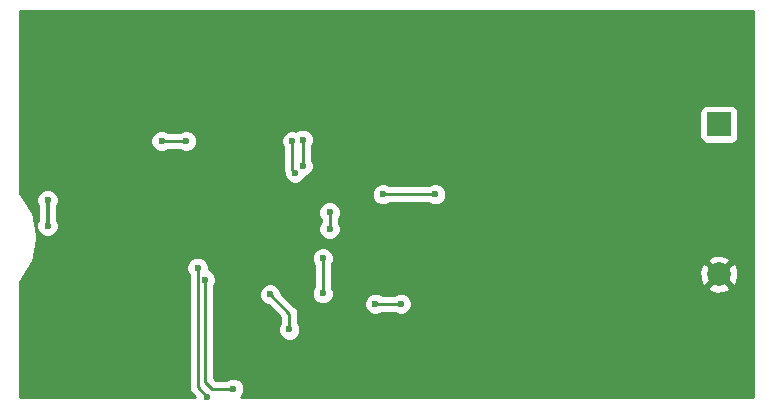
<source format=gbl>
G04 #@! TF.FileFunction,Copper,L2,Bot,Signal*
%FSLAX46Y46*%
G04 Gerber Fmt 4.6, Leading zero omitted, Abs format (unit mm)*
G04 Created by KiCad (PCBNEW 4.0.7) date 02/28/18 21:52:48*
%MOMM*%
%LPD*%
G01*
G04 APERTURE LIST*
%ADD10C,0.100000*%
%ADD11R,2.000000X2.000000*%
%ADD12C,2.000000*%
%ADD13C,1.500000*%
%ADD14C,0.600000*%
%ADD15C,0.350000*%
%ADD16C,0.250000*%
%ADD17C,0.254000*%
G04 APERTURE END LIST*
D10*
D11*
X169113200Y-93065600D03*
D12*
X169113200Y-105765600D03*
D13*
X148844000Y-114363500D03*
D14*
X130111500Y-96964500D03*
X123571000Y-86423500D03*
X123698000Y-98679000D03*
X118935500Y-110490000D03*
X117729000Y-114490500D03*
X135382000Y-102806500D03*
X140589000Y-101219000D03*
X139801600Y-91338400D03*
X158369000Y-112014000D03*
X144399000Y-107632500D03*
X142570200Y-87503000D03*
X112268000Y-101650800D03*
X112268000Y-99466400D03*
X125806200Y-116128800D03*
X124968000Y-105219500D03*
X142176500Y-108267500D03*
X140017500Y-108267500D03*
X125603000Y-106222800D03*
X127990600Y-115443000D03*
X136144000Y-100520500D03*
X136144000Y-101917500D03*
X135572500Y-104394000D03*
X135572500Y-107378500D03*
X132740400Y-110439200D03*
X131114800Y-107467400D03*
X140652500Y-98996500D03*
X145097500Y-98996500D03*
X133223000Y-97155000D03*
X132969000Y-94488000D03*
X121920000Y-94488000D03*
X124015500Y-94488000D03*
X133858000Y-94361000D03*
X133858000Y-96583500D03*
D15*
X112268000Y-101650800D02*
X112268000Y-99466400D01*
D16*
X124968000Y-115290600D02*
X125806200Y-116128800D01*
X124968000Y-105219500D02*
X124968000Y-113969800D01*
X124968000Y-113969800D02*
X124968000Y-115290600D01*
X140017500Y-108267500D02*
X142176500Y-108267500D01*
X125603000Y-109016800D02*
X125603000Y-106222800D01*
X125603000Y-109016800D02*
X125603000Y-114858800D01*
X125603000Y-114858800D02*
X126187200Y-115443000D01*
X126187200Y-115443000D02*
X127990600Y-115443000D01*
X136144000Y-101917500D02*
X136144000Y-100520500D01*
X135572500Y-107378500D02*
X135572500Y-104394000D01*
X132740400Y-109093000D02*
X132740400Y-110439200D01*
X131114800Y-107467400D02*
X132740400Y-109093000D01*
X145097500Y-98996500D02*
X140652500Y-98996500D01*
X133223000Y-97155000D02*
X132969000Y-96901000D01*
X132969000Y-96901000D02*
X132969000Y-94488000D01*
X124015500Y-94488000D02*
X121920000Y-94488000D01*
X133858000Y-96583500D02*
X133858000Y-94361000D01*
D17*
G36*
X172010000Y-116130000D02*
X128625845Y-116130000D01*
X128782792Y-115973327D01*
X128925438Y-115629799D01*
X128925762Y-115257833D01*
X128783717Y-114914057D01*
X128520927Y-114650808D01*
X128177399Y-114508162D01*
X127805433Y-114507838D01*
X127461657Y-114649883D01*
X127428482Y-114683000D01*
X126502002Y-114683000D01*
X126363000Y-114543998D01*
X126363000Y-107652567D01*
X130179638Y-107652567D01*
X130321683Y-107996343D01*
X130584473Y-108259592D01*
X130928001Y-108402238D01*
X130974877Y-108402279D01*
X131980400Y-109407802D01*
X131980400Y-109876737D01*
X131948208Y-109908873D01*
X131805562Y-110252401D01*
X131805238Y-110624367D01*
X131947283Y-110968143D01*
X132210073Y-111231392D01*
X132553601Y-111374038D01*
X132925567Y-111374362D01*
X133269343Y-111232317D01*
X133532592Y-110969527D01*
X133675238Y-110625999D01*
X133675562Y-110254033D01*
X133533517Y-109910257D01*
X133500400Y-109877082D01*
X133500400Y-109093000D01*
X133442548Y-108802161D01*
X133277801Y-108555599D01*
X133174869Y-108452667D01*
X139082338Y-108452667D01*
X139224383Y-108796443D01*
X139487173Y-109059692D01*
X139830701Y-109202338D01*
X140202667Y-109202662D01*
X140546443Y-109060617D01*
X140579618Y-109027500D01*
X141614037Y-109027500D01*
X141646173Y-109059692D01*
X141989701Y-109202338D01*
X142361667Y-109202662D01*
X142705443Y-109060617D01*
X142968692Y-108797827D01*
X143111338Y-108454299D01*
X143111662Y-108082333D01*
X142969617Y-107738557D01*
X142706827Y-107475308D01*
X142363299Y-107332662D01*
X141991333Y-107332338D01*
X141647557Y-107474383D01*
X141614382Y-107507500D01*
X140579963Y-107507500D01*
X140547827Y-107475308D01*
X140204299Y-107332662D01*
X139832333Y-107332338D01*
X139488557Y-107474383D01*
X139225308Y-107737173D01*
X139082662Y-108080701D01*
X139082338Y-108452667D01*
X133174869Y-108452667D01*
X132049922Y-107327720D01*
X132049962Y-107282233D01*
X131907917Y-106938457D01*
X131645127Y-106675208D01*
X131301599Y-106532562D01*
X130929633Y-106532238D01*
X130585857Y-106674283D01*
X130322608Y-106937073D01*
X130179962Y-107280601D01*
X130179638Y-107652567D01*
X126363000Y-107652567D01*
X126363000Y-106785263D01*
X126395192Y-106753127D01*
X126537838Y-106409599D01*
X126538162Y-106037633D01*
X126396117Y-105693857D01*
X126133327Y-105430608D01*
X125902900Y-105334926D01*
X125903162Y-105034333D01*
X125761117Y-104690557D01*
X125649922Y-104579167D01*
X134637338Y-104579167D01*
X134779383Y-104922943D01*
X134812500Y-104956118D01*
X134812500Y-106816037D01*
X134780308Y-106848173D01*
X134637662Y-107191701D01*
X134637338Y-107563667D01*
X134779383Y-107907443D01*
X135042173Y-108170692D01*
X135385701Y-108313338D01*
X135757667Y-108313662D01*
X136101443Y-108171617D01*
X136364692Y-107908827D01*
X136507338Y-107565299D01*
X136507662Y-107193333D01*
X136393952Y-106918132D01*
X168140273Y-106918132D01*
X168238936Y-107184987D01*
X168848661Y-107411508D01*
X169498660Y-107387456D01*
X169987464Y-107184987D01*
X170086127Y-106918132D01*
X169113200Y-105945205D01*
X168140273Y-106918132D01*
X136393952Y-106918132D01*
X136365617Y-106849557D01*
X136332500Y-106816382D01*
X136332500Y-105501061D01*
X167467292Y-105501061D01*
X167491344Y-106151060D01*
X167693813Y-106639864D01*
X167960668Y-106738527D01*
X168933595Y-105765600D01*
X169292805Y-105765600D01*
X170265732Y-106738527D01*
X170532587Y-106639864D01*
X170759108Y-106030139D01*
X170735056Y-105380140D01*
X170532587Y-104891336D01*
X170265732Y-104792673D01*
X169292805Y-105765600D01*
X168933595Y-105765600D01*
X167960668Y-104792673D01*
X167693813Y-104891336D01*
X167467292Y-105501061D01*
X136332500Y-105501061D01*
X136332500Y-104956463D01*
X136364692Y-104924327D01*
X136493938Y-104613068D01*
X168140273Y-104613068D01*
X169113200Y-105585995D01*
X170086127Y-104613068D01*
X169987464Y-104346213D01*
X169377739Y-104119692D01*
X168727740Y-104143744D01*
X168238936Y-104346213D01*
X168140273Y-104613068D01*
X136493938Y-104613068D01*
X136507338Y-104580799D01*
X136507662Y-104208833D01*
X136365617Y-103865057D01*
X136102827Y-103601808D01*
X135759299Y-103459162D01*
X135387333Y-103458838D01*
X135043557Y-103600883D01*
X134780308Y-103863673D01*
X134637662Y-104207201D01*
X134637338Y-104579167D01*
X125649922Y-104579167D01*
X125498327Y-104427308D01*
X125154799Y-104284662D01*
X124782833Y-104284338D01*
X124439057Y-104426383D01*
X124175808Y-104689173D01*
X124033162Y-105032701D01*
X124032838Y-105404667D01*
X124174883Y-105748443D01*
X124208000Y-105781618D01*
X124208000Y-115290600D01*
X124265852Y-115581439D01*
X124430599Y-115828001D01*
X124732598Y-116130000D01*
X109930000Y-116130000D01*
X109930000Y-106387376D01*
X110900482Y-104934948D01*
X110962583Y-104785021D01*
X111006496Y-104679007D01*
X111389301Y-102754514D01*
X111389301Y-102477486D01*
X111006496Y-100552993D01*
X110943771Y-100401562D01*
X110900482Y-100297052D01*
X110469183Y-99651567D01*
X111332838Y-99651567D01*
X111458000Y-99954483D01*
X111458000Y-101163359D01*
X111333162Y-101464001D01*
X111332838Y-101835967D01*
X111474883Y-102179743D01*
X111737673Y-102442992D01*
X112081201Y-102585638D01*
X112453167Y-102585962D01*
X112796943Y-102443917D01*
X113060192Y-102181127D01*
X113202838Y-101837599D01*
X113203162Y-101465633D01*
X113078000Y-101162717D01*
X113078000Y-100705667D01*
X135208838Y-100705667D01*
X135350883Y-101049443D01*
X135384000Y-101082618D01*
X135384000Y-101355037D01*
X135351808Y-101387173D01*
X135209162Y-101730701D01*
X135208838Y-102102667D01*
X135350883Y-102446443D01*
X135613673Y-102709692D01*
X135957201Y-102852338D01*
X136329167Y-102852662D01*
X136672943Y-102710617D01*
X136936192Y-102447827D01*
X137078838Y-102104299D01*
X137079162Y-101732333D01*
X136937117Y-101388557D01*
X136904000Y-101355382D01*
X136904000Y-101082963D01*
X136936192Y-101050827D01*
X137078838Y-100707299D01*
X137079162Y-100335333D01*
X136937117Y-99991557D01*
X136674327Y-99728308D01*
X136330799Y-99585662D01*
X135958833Y-99585338D01*
X135615057Y-99727383D01*
X135351808Y-99990173D01*
X135209162Y-100333701D01*
X135208838Y-100705667D01*
X113078000Y-100705667D01*
X113078000Y-99953841D01*
X113202838Y-99653199D01*
X113203162Y-99281233D01*
X113162023Y-99181667D01*
X139717338Y-99181667D01*
X139859383Y-99525443D01*
X140122173Y-99788692D01*
X140465701Y-99931338D01*
X140837667Y-99931662D01*
X141181443Y-99789617D01*
X141214618Y-99756500D01*
X144535037Y-99756500D01*
X144567173Y-99788692D01*
X144910701Y-99931338D01*
X145282667Y-99931662D01*
X145626443Y-99789617D01*
X145889692Y-99526827D01*
X146032338Y-99183299D01*
X146032662Y-98811333D01*
X145890617Y-98467557D01*
X145627827Y-98204308D01*
X145284299Y-98061662D01*
X144912333Y-98061338D01*
X144568557Y-98203383D01*
X144535382Y-98236500D01*
X141214963Y-98236500D01*
X141182827Y-98204308D01*
X140839299Y-98061662D01*
X140467333Y-98061338D01*
X140123557Y-98203383D01*
X139860308Y-98466173D01*
X139717662Y-98809701D01*
X139717338Y-99181667D01*
X113162023Y-99181667D01*
X113061117Y-98937457D01*
X112798327Y-98674208D01*
X112454799Y-98531562D01*
X112082833Y-98531238D01*
X111739057Y-98673283D01*
X111475808Y-98936073D01*
X111333162Y-99279601D01*
X111332838Y-99651567D01*
X110469183Y-99651567D01*
X109930000Y-98844624D01*
X109930000Y-94673167D01*
X120984838Y-94673167D01*
X121126883Y-95016943D01*
X121389673Y-95280192D01*
X121733201Y-95422838D01*
X122105167Y-95423162D01*
X122448943Y-95281117D01*
X122482118Y-95248000D01*
X123453037Y-95248000D01*
X123485173Y-95280192D01*
X123828701Y-95422838D01*
X124200667Y-95423162D01*
X124544443Y-95281117D01*
X124807692Y-95018327D01*
X124950338Y-94674799D01*
X124950339Y-94673167D01*
X132033838Y-94673167D01*
X132175883Y-95016943D01*
X132209000Y-95050118D01*
X132209000Y-96901000D01*
X132266852Y-97191839D01*
X132287940Y-97223399D01*
X132287838Y-97340167D01*
X132429883Y-97683943D01*
X132692673Y-97947192D01*
X133036201Y-98089838D01*
X133408167Y-98090162D01*
X133751943Y-97948117D01*
X134015192Y-97685327D01*
X134092937Y-97498098D01*
X134386943Y-97376617D01*
X134650192Y-97113827D01*
X134792838Y-96770299D01*
X134793162Y-96398333D01*
X134651117Y-96054557D01*
X134618000Y-96021382D01*
X134618000Y-94923463D01*
X134650192Y-94891327D01*
X134792838Y-94547799D01*
X134793162Y-94175833D01*
X134651117Y-93832057D01*
X134388327Y-93568808D01*
X134044799Y-93426162D01*
X133672833Y-93425838D01*
X133329057Y-93567883D01*
X133288574Y-93608295D01*
X133155799Y-93553162D01*
X132783833Y-93552838D01*
X132440057Y-93694883D01*
X132176808Y-93957673D01*
X132034162Y-94301201D01*
X132033838Y-94673167D01*
X124950339Y-94673167D01*
X124950662Y-94302833D01*
X124808617Y-93959057D01*
X124545827Y-93695808D01*
X124202299Y-93553162D01*
X123830333Y-93552838D01*
X123486557Y-93694883D01*
X123453382Y-93728000D01*
X122482463Y-93728000D01*
X122450327Y-93695808D01*
X122106799Y-93553162D01*
X121734833Y-93552838D01*
X121391057Y-93694883D01*
X121127808Y-93957673D01*
X120985162Y-94301201D01*
X120984838Y-94673167D01*
X109930000Y-94673167D01*
X109930000Y-92065600D01*
X167465760Y-92065600D01*
X167465760Y-94065600D01*
X167510038Y-94300917D01*
X167649110Y-94517041D01*
X167861310Y-94662031D01*
X168113200Y-94713040D01*
X170113200Y-94713040D01*
X170348517Y-94668762D01*
X170564641Y-94529690D01*
X170709631Y-94317490D01*
X170760640Y-94065600D01*
X170760640Y-92065600D01*
X170716362Y-91830283D01*
X170577290Y-91614159D01*
X170365090Y-91469169D01*
X170113200Y-91418160D01*
X168113200Y-91418160D01*
X167877883Y-91462438D01*
X167661759Y-91601510D01*
X167516769Y-91813710D01*
X167465760Y-92065600D01*
X109930000Y-92065600D01*
X109930000Y-83514000D01*
X172010000Y-83514000D01*
X172010000Y-116130000D01*
X172010000Y-116130000D01*
G37*
X172010000Y-116130000D02*
X128625845Y-116130000D01*
X128782792Y-115973327D01*
X128925438Y-115629799D01*
X128925762Y-115257833D01*
X128783717Y-114914057D01*
X128520927Y-114650808D01*
X128177399Y-114508162D01*
X127805433Y-114507838D01*
X127461657Y-114649883D01*
X127428482Y-114683000D01*
X126502002Y-114683000D01*
X126363000Y-114543998D01*
X126363000Y-107652567D01*
X130179638Y-107652567D01*
X130321683Y-107996343D01*
X130584473Y-108259592D01*
X130928001Y-108402238D01*
X130974877Y-108402279D01*
X131980400Y-109407802D01*
X131980400Y-109876737D01*
X131948208Y-109908873D01*
X131805562Y-110252401D01*
X131805238Y-110624367D01*
X131947283Y-110968143D01*
X132210073Y-111231392D01*
X132553601Y-111374038D01*
X132925567Y-111374362D01*
X133269343Y-111232317D01*
X133532592Y-110969527D01*
X133675238Y-110625999D01*
X133675562Y-110254033D01*
X133533517Y-109910257D01*
X133500400Y-109877082D01*
X133500400Y-109093000D01*
X133442548Y-108802161D01*
X133277801Y-108555599D01*
X133174869Y-108452667D01*
X139082338Y-108452667D01*
X139224383Y-108796443D01*
X139487173Y-109059692D01*
X139830701Y-109202338D01*
X140202667Y-109202662D01*
X140546443Y-109060617D01*
X140579618Y-109027500D01*
X141614037Y-109027500D01*
X141646173Y-109059692D01*
X141989701Y-109202338D01*
X142361667Y-109202662D01*
X142705443Y-109060617D01*
X142968692Y-108797827D01*
X143111338Y-108454299D01*
X143111662Y-108082333D01*
X142969617Y-107738557D01*
X142706827Y-107475308D01*
X142363299Y-107332662D01*
X141991333Y-107332338D01*
X141647557Y-107474383D01*
X141614382Y-107507500D01*
X140579963Y-107507500D01*
X140547827Y-107475308D01*
X140204299Y-107332662D01*
X139832333Y-107332338D01*
X139488557Y-107474383D01*
X139225308Y-107737173D01*
X139082662Y-108080701D01*
X139082338Y-108452667D01*
X133174869Y-108452667D01*
X132049922Y-107327720D01*
X132049962Y-107282233D01*
X131907917Y-106938457D01*
X131645127Y-106675208D01*
X131301599Y-106532562D01*
X130929633Y-106532238D01*
X130585857Y-106674283D01*
X130322608Y-106937073D01*
X130179962Y-107280601D01*
X130179638Y-107652567D01*
X126363000Y-107652567D01*
X126363000Y-106785263D01*
X126395192Y-106753127D01*
X126537838Y-106409599D01*
X126538162Y-106037633D01*
X126396117Y-105693857D01*
X126133327Y-105430608D01*
X125902900Y-105334926D01*
X125903162Y-105034333D01*
X125761117Y-104690557D01*
X125649922Y-104579167D01*
X134637338Y-104579167D01*
X134779383Y-104922943D01*
X134812500Y-104956118D01*
X134812500Y-106816037D01*
X134780308Y-106848173D01*
X134637662Y-107191701D01*
X134637338Y-107563667D01*
X134779383Y-107907443D01*
X135042173Y-108170692D01*
X135385701Y-108313338D01*
X135757667Y-108313662D01*
X136101443Y-108171617D01*
X136364692Y-107908827D01*
X136507338Y-107565299D01*
X136507662Y-107193333D01*
X136393952Y-106918132D01*
X168140273Y-106918132D01*
X168238936Y-107184987D01*
X168848661Y-107411508D01*
X169498660Y-107387456D01*
X169987464Y-107184987D01*
X170086127Y-106918132D01*
X169113200Y-105945205D01*
X168140273Y-106918132D01*
X136393952Y-106918132D01*
X136365617Y-106849557D01*
X136332500Y-106816382D01*
X136332500Y-105501061D01*
X167467292Y-105501061D01*
X167491344Y-106151060D01*
X167693813Y-106639864D01*
X167960668Y-106738527D01*
X168933595Y-105765600D01*
X169292805Y-105765600D01*
X170265732Y-106738527D01*
X170532587Y-106639864D01*
X170759108Y-106030139D01*
X170735056Y-105380140D01*
X170532587Y-104891336D01*
X170265732Y-104792673D01*
X169292805Y-105765600D01*
X168933595Y-105765600D01*
X167960668Y-104792673D01*
X167693813Y-104891336D01*
X167467292Y-105501061D01*
X136332500Y-105501061D01*
X136332500Y-104956463D01*
X136364692Y-104924327D01*
X136493938Y-104613068D01*
X168140273Y-104613068D01*
X169113200Y-105585995D01*
X170086127Y-104613068D01*
X169987464Y-104346213D01*
X169377739Y-104119692D01*
X168727740Y-104143744D01*
X168238936Y-104346213D01*
X168140273Y-104613068D01*
X136493938Y-104613068D01*
X136507338Y-104580799D01*
X136507662Y-104208833D01*
X136365617Y-103865057D01*
X136102827Y-103601808D01*
X135759299Y-103459162D01*
X135387333Y-103458838D01*
X135043557Y-103600883D01*
X134780308Y-103863673D01*
X134637662Y-104207201D01*
X134637338Y-104579167D01*
X125649922Y-104579167D01*
X125498327Y-104427308D01*
X125154799Y-104284662D01*
X124782833Y-104284338D01*
X124439057Y-104426383D01*
X124175808Y-104689173D01*
X124033162Y-105032701D01*
X124032838Y-105404667D01*
X124174883Y-105748443D01*
X124208000Y-105781618D01*
X124208000Y-115290600D01*
X124265852Y-115581439D01*
X124430599Y-115828001D01*
X124732598Y-116130000D01*
X109930000Y-116130000D01*
X109930000Y-106387376D01*
X110900482Y-104934948D01*
X110962583Y-104785021D01*
X111006496Y-104679007D01*
X111389301Y-102754514D01*
X111389301Y-102477486D01*
X111006496Y-100552993D01*
X110943771Y-100401562D01*
X110900482Y-100297052D01*
X110469183Y-99651567D01*
X111332838Y-99651567D01*
X111458000Y-99954483D01*
X111458000Y-101163359D01*
X111333162Y-101464001D01*
X111332838Y-101835967D01*
X111474883Y-102179743D01*
X111737673Y-102442992D01*
X112081201Y-102585638D01*
X112453167Y-102585962D01*
X112796943Y-102443917D01*
X113060192Y-102181127D01*
X113202838Y-101837599D01*
X113203162Y-101465633D01*
X113078000Y-101162717D01*
X113078000Y-100705667D01*
X135208838Y-100705667D01*
X135350883Y-101049443D01*
X135384000Y-101082618D01*
X135384000Y-101355037D01*
X135351808Y-101387173D01*
X135209162Y-101730701D01*
X135208838Y-102102667D01*
X135350883Y-102446443D01*
X135613673Y-102709692D01*
X135957201Y-102852338D01*
X136329167Y-102852662D01*
X136672943Y-102710617D01*
X136936192Y-102447827D01*
X137078838Y-102104299D01*
X137079162Y-101732333D01*
X136937117Y-101388557D01*
X136904000Y-101355382D01*
X136904000Y-101082963D01*
X136936192Y-101050827D01*
X137078838Y-100707299D01*
X137079162Y-100335333D01*
X136937117Y-99991557D01*
X136674327Y-99728308D01*
X136330799Y-99585662D01*
X135958833Y-99585338D01*
X135615057Y-99727383D01*
X135351808Y-99990173D01*
X135209162Y-100333701D01*
X135208838Y-100705667D01*
X113078000Y-100705667D01*
X113078000Y-99953841D01*
X113202838Y-99653199D01*
X113203162Y-99281233D01*
X113162023Y-99181667D01*
X139717338Y-99181667D01*
X139859383Y-99525443D01*
X140122173Y-99788692D01*
X140465701Y-99931338D01*
X140837667Y-99931662D01*
X141181443Y-99789617D01*
X141214618Y-99756500D01*
X144535037Y-99756500D01*
X144567173Y-99788692D01*
X144910701Y-99931338D01*
X145282667Y-99931662D01*
X145626443Y-99789617D01*
X145889692Y-99526827D01*
X146032338Y-99183299D01*
X146032662Y-98811333D01*
X145890617Y-98467557D01*
X145627827Y-98204308D01*
X145284299Y-98061662D01*
X144912333Y-98061338D01*
X144568557Y-98203383D01*
X144535382Y-98236500D01*
X141214963Y-98236500D01*
X141182827Y-98204308D01*
X140839299Y-98061662D01*
X140467333Y-98061338D01*
X140123557Y-98203383D01*
X139860308Y-98466173D01*
X139717662Y-98809701D01*
X139717338Y-99181667D01*
X113162023Y-99181667D01*
X113061117Y-98937457D01*
X112798327Y-98674208D01*
X112454799Y-98531562D01*
X112082833Y-98531238D01*
X111739057Y-98673283D01*
X111475808Y-98936073D01*
X111333162Y-99279601D01*
X111332838Y-99651567D01*
X110469183Y-99651567D01*
X109930000Y-98844624D01*
X109930000Y-94673167D01*
X120984838Y-94673167D01*
X121126883Y-95016943D01*
X121389673Y-95280192D01*
X121733201Y-95422838D01*
X122105167Y-95423162D01*
X122448943Y-95281117D01*
X122482118Y-95248000D01*
X123453037Y-95248000D01*
X123485173Y-95280192D01*
X123828701Y-95422838D01*
X124200667Y-95423162D01*
X124544443Y-95281117D01*
X124807692Y-95018327D01*
X124950338Y-94674799D01*
X124950339Y-94673167D01*
X132033838Y-94673167D01*
X132175883Y-95016943D01*
X132209000Y-95050118D01*
X132209000Y-96901000D01*
X132266852Y-97191839D01*
X132287940Y-97223399D01*
X132287838Y-97340167D01*
X132429883Y-97683943D01*
X132692673Y-97947192D01*
X133036201Y-98089838D01*
X133408167Y-98090162D01*
X133751943Y-97948117D01*
X134015192Y-97685327D01*
X134092937Y-97498098D01*
X134386943Y-97376617D01*
X134650192Y-97113827D01*
X134792838Y-96770299D01*
X134793162Y-96398333D01*
X134651117Y-96054557D01*
X134618000Y-96021382D01*
X134618000Y-94923463D01*
X134650192Y-94891327D01*
X134792838Y-94547799D01*
X134793162Y-94175833D01*
X134651117Y-93832057D01*
X134388327Y-93568808D01*
X134044799Y-93426162D01*
X133672833Y-93425838D01*
X133329057Y-93567883D01*
X133288574Y-93608295D01*
X133155799Y-93553162D01*
X132783833Y-93552838D01*
X132440057Y-93694883D01*
X132176808Y-93957673D01*
X132034162Y-94301201D01*
X132033838Y-94673167D01*
X124950339Y-94673167D01*
X124950662Y-94302833D01*
X124808617Y-93959057D01*
X124545827Y-93695808D01*
X124202299Y-93553162D01*
X123830333Y-93552838D01*
X123486557Y-93694883D01*
X123453382Y-93728000D01*
X122482463Y-93728000D01*
X122450327Y-93695808D01*
X122106799Y-93553162D01*
X121734833Y-93552838D01*
X121391057Y-93694883D01*
X121127808Y-93957673D01*
X120985162Y-94301201D01*
X120984838Y-94673167D01*
X109930000Y-94673167D01*
X109930000Y-92065600D01*
X167465760Y-92065600D01*
X167465760Y-94065600D01*
X167510038Y-94300917D01*
X167649110Y-94517041D01*
X167861310Y-94662031D01*
X168113200Y-94713040D01*
X170113200Y-94713040D01*
X170348517Y-94668762D01*
X170564641Y-94529690D01*
X170709631Y-94317490D01*
X170760640Y-94065600D01*
X170760640Y-92065600D01*
X170716362Y-91830283D01*
X170577290Y-91614159D01*
X170365090Y-91469169D01*
X170113200Y-91418160D01*
X168113200Y-91418160D01*
X167877883Y-91462438D01*
X167661759Y-91601510D01*
X167516769Y-91813710D01*
X167465760Y-92065600D01*
X109930000Y-92065600D01*
X109930000Y-83514000D01*
X172010000Y-83514000D01*
X172010000Y-116130000D01*
M02*

</source>
